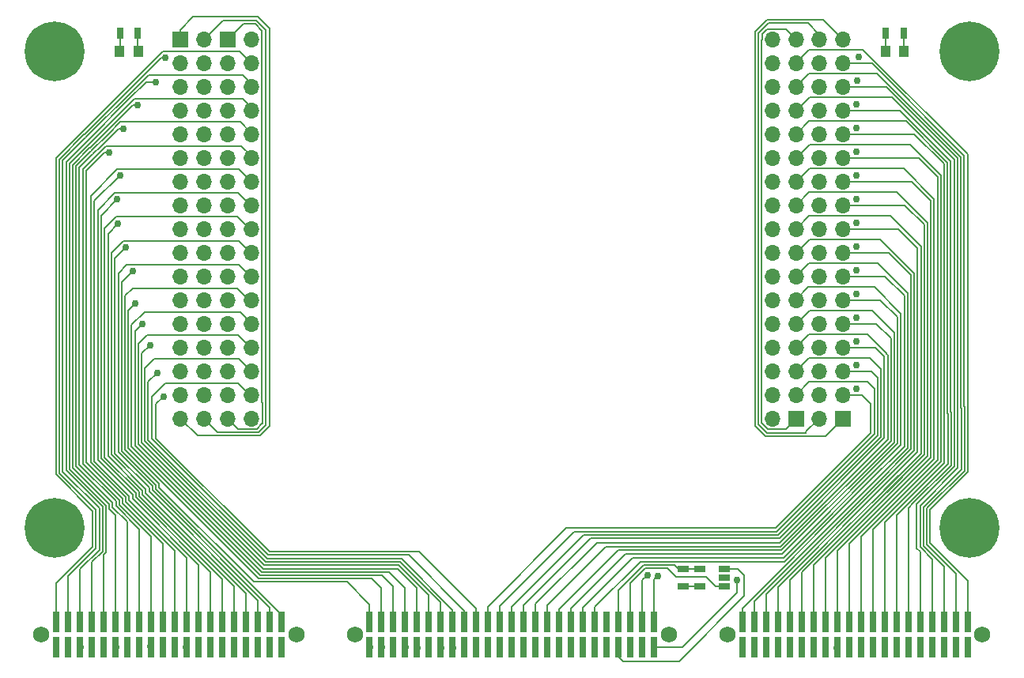
<source format=gtl>
G04 #@! TF.GenerationSoftware,KiCad,Pcbnew,5.1.9+dfsg1-1~bpo10+1*
G04 #@! TF.CreationDate,2021-11-09T03:07:47+00:00*
G04 #@! TF.ProjectId,120-channel-pogo-pin-board,3132302d-6368-4616-9e6e-656c2d706f67,v3.4*
G04 #@! TF.SameCoordinates,Original*
G04 #@! TF.FileFunction,Copper,L1,Top*
G04 #@! TF.FilePolarity,Positive*
%FSLAX46Y46*%
G04 Gerber Fmt 4.6, Leading zero omitted, Abs format (unit mm)*
G04 Created by KiCad (PCBNEW 5.1.9+dfsg1-1~bpo10+1) date 2021-11-09 03:07:47*
%MOMM*%
%LPD*%
G01*
G04 APERTURE LIST*
G04 #@! TA.AperFunction,ComponentPad*
%ADD10R,1.700000X1.700000*%
G04 #@! TD*
G04 #@! TA.AperFunction,ComponentPad*
%ADD11O,1.700000X1.700000*%
G04 #@! TD*
G04 #@! TA.AperFunction,SMDPad,CuDef*
%ADD12R,0.736600X2.219960*%
G04 #@! TD*
G04 #@! TA.AperFunction,ComponentPad*
%ADD13C,1.750000*%
G04 #@! TD*
G04 #@! TA.AperFunction,ComponentPad*
%ADD14C,6.400000*%
G04 #@! TD*
G04 #@! TA.AperFunction,SMDPad,CuDef*
%ADD15R,1.000000X1.250000*%
G04 #@! TD*
G04 #@! TA.AperFunction,SMDPad,CuDef*
%ADD16R,0.700000X1.300000*%
G04 #@! TD*
G04 #@! TA.AperFunction,SMDPad,CuDef*
%ADD17R,1.300000X0.700000*%
G04 #@! TD*
G04 #@! TA.AperFunction,SMDPad,CuDef*
%ADD18R,1.220000X0.650000*%
G04 #@! TD*
G04 #@! TA.AperFunction,ViaPad*
%ADD19C,0.762000*%
G04 #@! TD*
G04 #@! TA.AperFunction,Conductor*
%ADD20C,0.177800*%
G04 #@! TD*
G04 APERTURE END LIST*
D10*
X64483180Y-79687620D03*
D11*
X67023180Y-79687620D03*
X64483180Y-82227620D03*
X67023180Y-82227620D03*
X64483180Y-84767620D03*
X67023180Y-84767620D03*
X64483180Y-87307620D03*
X67023180Y-87307620D03*
X64483180Y-89847620D03*
X67023180Y-89847620D03*
X64483180Y-92387620D03*
X67023180Y-92387620D03*
X64483180Y-94927620D03*
X67023180Y-94927620D03*
X64483180Y-97467620D03*
X67023180Y-97467620D03*
X64483180Y-100007620D03*
X67023180Y-100007620D03*
X64483180Y-102547620D03*
X67023180Y-102547620D03*
X64483180Y-105087620D03*
X67023180Y-105087620D03*
X64483180Y-107627620D03*
X67023180Y-107627620D03*
X64483180Y-110167620D03*
X67023180Y-110167620D03*
X64483180Y-112707620D03*
X67023180Y-112707620D03*
X64483180Y-115247620D03*
X67023180Y-115247620D03*
X64483180Y-117787620D03*
X67023180Y-117787620D03*
X67023180Y-120327620D03*
X64483180Y-120327620D03*
D12*
X63906600Y-142116020D03*
X63906600Y-144843980D03*
X65176600Y-142116020D03*
X65176600Y-144843980D03*
X66446600Y-142116020D03*
X66446600Y-144843980D03*
X67716600Y-142116020D03*
X67716600Y-144843980D03*
X68986600Y-142116020D03*
X68986600Y-144843980D03*
X51206600Y-142116020D03*
X51206600Y-144843980D03*
X52476600Y-142116020D03*
X52476600Y-144843980D03*
X53746600Y-142116020D03*
X53746600Y-144843980D03*
X55016600Y-142116020D03*
X55016600Y-144843980D03*
X56286600Y-142116020D03*
X56286600Y-144843980D03*
X75336600Y-144843980D03*
X75336600Y-142116020D03*
X74066600Y-144843980D03*
X74066600Y-142116020D03*
X72796600Y-144843980D03*
X72796600Y-142116020D03*
X71526600Y-144843980D03*
X71526600Y-142116020D03*
X70256600Y-144843980D03*
X70256600Y-142116020D03*
X62636600Y-144843980D03*
X62636600Y-142116020D03*
X61366600Y-144843980D03*
X61366600Y-142116020D03*
X60096600Y-144843980D03*
X60096600Y-142116020D03*
X58826600Y-144843980D03*
X58826600Y-142116020D03*
X57556600Y-144843980D03*
X57556600Y-142116020D03*
D13*
X49619100Y-143480000D03*
X76924100Y-143480000D03*
D14*
X149000000Y-81000000D03*
X51000000Y-81000000D03*
X149000000Y-132000000D03*
X51000000Y-132000000D03*
D15*
X140000000Y-81000000D03*
X142000000Y-81000000D03*
X60000000Y-81000000D03*
X58000000Y-81000000D03*
D16*
X140050000Y-79000000D03*
X141950000Y-79000000D03*
X59950000Y-79000000D03*
X58050000Y-79000000D03*
D17*
X118350000Y-138300000D03*
X118350000Y-136400000D03*
D18*
X122760000Y-138300000D03*
X122760000Y-137350000D03*
X122760000Y-136400000D03*
X120140000Y-136400000D03*
X120140000Y-138300000D03*
D12*
X86030000Y-144843980D03*
X86030000Y-142116020D03*
X94920000Y-144843980D03*
X94920000Y-142116020D03*
X93650000Y-144843980D03*
X93650000Y-142116020D03*
X92380000Y-144843980D03*
X92380000Y-142116020D03*
X91110000Y-144843980D03*
X91110000Y-142116020D03*
X103810000Y-142116020D03*
X103810000Y-144843980D03*
X105080000Y-142116020D03*
X105080000Y-144843980D03*
X106350000Y-142116020D03*
X106350000Y-144843980D03*
X107620000Y-142116020D03*
X107620000Y-144843980D03*
X108890000Y-142116020D03*
X108890000Y-144843980D03*
X84760000Y-142116020D03*
X84760000Y-144843980D03*
X87300000Y-142116020D03*
X87300000Y-144843980D03*
X88570000Y-142116020D03*
X88570000Y-144843980D03*
X89840000Y-142116020D03*
X89840000Y-144843980D03*
X96190000Y-142116020D03*
X96190000Y-144843980D03*
X115240000Y-144843980D03*
X115240000Y-142116020D03*
X113970000Y-144843980D03*
X113970000Y-142116020D03*
X112700000Y-144843980D03*
X112700000Y-142116020D03*
X111430000Y-144843980D03*
X111430000Y-142116020D03*
X110160000Y-144843980D03*
X110160000Y-142116020D03*
X102540000Y-144843980D03*
X102540000Y-142116020D03*
X101270000Y-144843980D03*
X101270000Y-142116020D03*
X100000000Y-144843980D03*
X100000000Y-142116020D03*
X98730000Y-144843980D03*
X98730000Y-142116020D03*
X97460000Y-144843980D03*
X97460000Y-142116020D03*
D13*
X83172500Y-143480000D03*
X116827500Y-143480000D03*
D12*
X137363400Y-142116020D03*
X137363400Y-144843980D03*
X138633400Y-142116020D03*
X138633400Y-144843980D03*
X139903400Y-142116020D03*
X139903400Y-144843980D03*
X141173400Y-142116020D03*
X141173400Y-144843980D03*
X142443400Y-142116020D03*
X142443400Y-144843980D03*
X124663400Y-142116020D03*
X124663400Y-144843980D03*
X125933400Y-142116020D03*
X125933400Y-144843980D03*
X127203400Y-142116020D03*
X127203400Y-144843980D03*
X128473400Y-142116020D03*
X128473400Y-144843980D03*
X129743400Y-142116020D03*
X129743400Y-144843980D03*
X148793400Y-144843980D03*
X148793400Y-142116020D03*
X147523400Y-144843980D03*
X147523400Y-142116020D03*
X146253400Y-144843980D03*
X146253400Y-142116020D03*
X144983400Y-144843980D03*
X144983400Y-142116020D03*
X143713400Y-144843980D03*
X143713400Y-142116020D03*
X136093400Y-144843980D03*
X136093400Y-142116020D03*
X134823400Y-144843980D03*
X134823400Y-142116020D03*
X133553400Y-144843980D03*
X133553400Y-142116020D03*
X132283400Y-144843980D03*
X132283400Y-142116020D03*
X131013400Y-144843980D03*
X131013400Y-142116020D03*
D13*
X123075900Y-143480000D03*
X150380900Y-143480000D03*
D10*
X69588580Y-79687620D03*
D11*
X72128580Y-79687620D03*
X69588580Y-82227620D03*
X72128580Y-82227620D03*
X69588580Y-84767620D03*
X72128580Y-84767620D03*
X69588580Y-87307620D03*
X72128580Y-87307620D03*
X69588580Y-89847620D03*
X72128580Y-89847620D03*
X69588580Y-92387620D03*
X72128580Y-92387620D03*
X69588580Y-94927620D03*
X72128580Y-94927620D03*
X69588580Y-97467620D03*
X72128580Y-97467620D03*
X69588580Y-100007620D03*
X72128580Y-100007620D03*
X69588580Y-102547620D03*
X72128580Y-102547620D03*
X69588580Y-105087620D03*
X72128580Y-105087620D03*
X69588580Y-107627620D03*
X72128580Y-107627620D03*
X69588580Y-110167620D03*
X72128580Y-110167620D03*
X69588580Y-112707620D03*
X72128580Y-112707620D03*
X69588580Y-115247620D03*
X72128580Y-115247620D03*
X69588580Y-117787620D03*
X72128580Y-117787620D03*
X72128580Y-120327620D03*
X69588580Y-120327620D03*
D10*
X135448240Y-120314920D03*
D11*
X132908240Y-120314920D03*
X135448240Y-117774920D03*
X132908240Y-117774920D03*
X135448240Y-115234920D03*
X132908240Y-115234920D03*
X135448240Y-112694920D03*
X132908240Y-112694920D03*
X135448240Y-110154920D03*
X132908240Y-110154920D03*
X135448240Y-107614920D03*
X132908240Y-107614920D03*
X135448240Y-105074920D03*
X132908240Y-105074920D03*
X135448240Y-102534920D03*
X132908240Y-102534920D03*
X135448240Y-99994920D03*
X132908240Y-99994920D03*
X135448240Y-97454920D03*
X132908240Y-97454920D03*
X135448240Y-94914920D03*
X132908240Y-94914920D03*
X135448240Y-92374920D03*
X132908240Y-92374920D03*
X135448240Y-89834920D03*
X132908240Y-89834920D03*
X135448240Y-87294920D03*
X132908240Y-87294920D03*
X135448240Y-84754920D03*
X132908240Y-84754920D03*
X135448240Y-82214920D03*
X132908240Y-82214920D03*
X132908240Y-79674920D03*
X135448240Y-79674920D03*
D10*
X130429200Y-120325080D03*
D11*
X127889200Y-120325080D03*
X130429200Y-117785080D03*
X127889200Y-117785080D03*
X130429200Y-115245080D03*
X127889200Y-115245080D03*
X130429200Y-112705080D03*
X127889200Y-112705080D03*
X130429200Y-110165080D03*
X127889200Y-110165080D03*
X130429200Y-107625080D03*
X127889200Y-107625080D03*
X130429200Y-105085080D03*
X127889200Y-105085080D03*
X130429200Y-102545080D03*
X127889200Y-102545080D03*
X130429200Y-100005080D03*
X127889200Y-100005080D03*
X130429200Y-97465080D03*
X127889200Y-97465080D03*
X130429200Y-94925080D03*
X127889200Y-94925080D03*
X130429200Y-92385080D03*
X127889200Y-92385080D03*
X130429200Y-89845080D03*
X127889200Y-89845080D03*
X130429200Y-87305080D03*
X127889200Y-87305080D03*
X130429200Y-84765080D03*
X127889200Y-84765080D03*
X130429200Y-82225080D03*
X127889200Y-82225080D03*
X127889200Y-79685080D03*
X130429200Y-79685080D03*
D19*
X62900000Y-81650000D03*
X67023180Y-82227620D03*
X69588580Y-82227620D03*
X51200000Y-144800000D03*
X52500000Y-144800000D03*
X64483180Y-82227620D03*
X56300000Y-144800000D03*
X69588580Y-87307620D03*
X64450000Y-87350000D03*
X57600000Y-144800000D03*
X64483180Y-84767620D03*
X55000000Y-144800000D03*
X69588580Y-84767620D03*
X53800000Y-144800000D03*
X61900000Y-84300000D03*
X67023180Y-84767620D03*
X59900000Y-86750000D03*
X67023180Y-87307620D03*
X69588580Y-89847620D03*
X58800000Y-144800000D03*
X58400000Y-89250000D03*
X67023180Y-89847620D03*
X60100000Y-144800000D03*
X64483180Y-89847620D03*
X69600000Y-92400000D03*
X61300000Y-144700000D03*
X56850000Y-91800000D03*
X67023180Y-92387620D03*
X62600000Y-144800000D03*
X64483180Y-92387620D03*
X69600000Y-94950000D03*
X63900000Y-144900000D03*
X58050000Y-94250000D03*
X67023180Y-94927620D03*
X65100000Y-144800000D03*
X64483180Y-94927620D03*
X66446600Y-144843980D03*
X69588580Y-97467620D03*
X57750000Y-96850000D03*
X67023180Y-97467620D03*
X67700000Y-144700000D03*
X64483180Y-97467620D03*
X68986600Y-144843980D03*
X69588580Y-100007620D03*
X57800000Y-99450000D03*
X67023180Y-100007620D03*
X70256600Y-144843980D03*
X64483180Y-100007620D03*
X71526600Y-144843980D03*
X69588580Y-102547620D03*
X58650000Y-102000000D03*
X67023180Y-102547620D03*
X72796600Y-144843980D03*
X64483180Y-102547620D03*
X69588580Y-105087620D03*
X74066600Y-144843980D03*
X59400000Y-104500000D03*
X67023180Y-105087620D03*
X75336600Y-144843980D03*
X64483180Y-105087620D03*
X144983400Y-144843980D03*
X136969500Y-84137500D03*
X132908240Y-84754920D03*
X146253400Y-144843980D03*
X127889200Y-84765080D03*
X147523400Y-144843980D03*
X137160000Y-81534000D03*
X132910740Y-82214920D03*
X148793400Y-144843980D03*
X127899360Y-82204760D03*
X127891698Y-94925080D03*
X136100000Y-144800000D03*
X134800000Y-144900000D03*
X136842500Y-94234000D03*
X132910740Y-94914920D03*
X133553400Y-144843980D03*
X127891700Y-97465080D03*
X136842500Y-96774000D03*
X132283400Y-144843980D03*
X132910738Y-97454920D03*
X127891702Y-100005080D03*
X131000000Y-144900000D03*
X143713400Y-144843980D03*
X127893594Y-87339326D03*
X124663400Y-144843980D03*
X136842500Y-104394000D03*
X132910740Y-105074920D03*
X125933400Y-144843980D03*
X127891702Y-105085080D03*
X127203400Y-144843980D03*
X136842500Y-101854000D03*
X132910740Y-102534918D03*
X128473400Y-144843980D03*
X127891700Y-102545080D03*
X136842500Y-99314000D03*
X129743400Y-144843980D03*
X132910740Y-99994920D03*
X137363400Y-144843980D03*
X136906000Y-91757500D03*
X132910740Y-92374920D03*
X138633400Y-144843980D03*
X127891700Y-92385080D03*
X139903400Y-144843980D03*
X136842500Y-89154000D03*
X132910740Y-89834918D03*
X127893594Y-89879326D03*
X141173400Y-144843980D03*
X142443400Y-144843980D03*
X136906000Y-86614000D03*
X132910740Y-87294920D03*
X64483180Y-117787620D03*
X96200000Y-144800000D03*
X62700000Y-117950000D03*
X67023180Y-117787620D03*
X94900000Y-144900000D03*
X69588580Y-117787620D03*
X64500000Y-115250000D03*
X93700000Y-144900000D03*
X62000000Y-115400000D03*
X67023180Y-115247620D03*
X92400000Y-144900000D03*
X69588580Y-115247620D03*
X64450000Y-112700000D03*
X91100000Y-144900000D03*
X61250000Y-112450000D03*
X67023180Y-112707620D03*
X108890000Y-144843980D03*
X127876500Y-107620000D03*
X136842500Y-106934000D03*
X107620000Y-144843980D03*
X132910740Y-107614920D03*
X106350000Y-144843980D03*
X127891700Y-110165080D03*
X136842500Y-109474000D03*
X132910740Y-110154920D03*
X105080000Y-144843980D03*
X103810000Y-144843980D03*
X127891700Y-112705080D03*
X84800000Y-144800000D03*
X69600000Y-107650000D03*
X59650000Y-108000000D03*
X67023180Y-107627620D03*
X86100000Y-144800000D03*
X64483180Y-107627620D03*
X69588580Y-110167620D03*
X87300000Y-144800000D03*
X60400000Y-110200000D03*
X67023180Y-110167620D03*
X64483180Y-110167620D03*
X88600000Y-144800000D03*
X89900000Y-144900000D03*
X69588580Y-112707620D03*
X97460000Y-144843980D03*
X136842500Y-117094000D03*
X132910740Y-117774922D03*
X127891698Y-117785080D03*
X98730000Y-144843980D03*
X136842500Y-114554000D03*
X100000000Y-144843980D03*
X132910738Y-115234920D03*
X101270000Y-144843980D03*
X127891700Y-115245080D03*
X136842500Y-112014000D03*
X102540000Y-144843980D03*
X132910740Y-112694920D03*
X64483180Y-120327620D03*
X115600000Y-137200000D03*
X124100000Y-137600000D03*
X135450740Y-120314920D03*
X122760000Y-137350000D03*
X112700000Y-144843980D03*
X110160000Y-144843980D03*
X69588580Y-120327620D03*
X69588580Y-79687620D03*
X130429200Y-120325080D03*
X140000000Y-81000000D03*
X140050000Y-79000000D03*
X59931500Y-80950002D03*
X59931500Y-79045000D03*
X114500000Y-137100000D03*
X67000000Y-120300000D03*
X132910740Y-120314920D03*
X113970000Y-144843980D03*
X72123500Y-79680000D03*
X72128580Y-120327620D03*
X127891702Y-120325080D03*
X127889200Y-79685080D03*
X142000000Y-81000000D03*
X141950000Y-79000000D03*
X58026502Y-81013500D03*
X58026500Y-79045001D03*
D20*
X67022380Y-82227620D02*
X67023180Y-82227620D01*
X52476600Y-142116020D02*
X52476600Y-137231309D01*
X62464908Y-81650000D02*
X61314908Y-82800000D01*
X55461111Y-130078702D02*
X55461111Y-134246798D01*
X51549500Y-92542637D02*
X51549500Y-126167092D01*
X51549500Y-126167092D02*
X55461111Y-130078702D01*
X54201414Y-89890723D02*
X51549500Y-92542637D01*
X54224185Y-89890723D02*
X54201414Y-89890723D01*
X55461111Y-134246798D02*
X52476600Y-137231309D01*
X60607454Y-83507454D02*
X54224185Y-89890723D01*
X61314908Y-82800000D02*
X60607454Y-83507454D01*
X62464908Y-81650000D02*
X62900000Y-81650000D01*
X52476600Y-141828240D02*
X52476600Y-143116020D01*
X62900000Y-81650000D02*
X62900000Y-81750000D01*
X51206600Y-142116020D02*
X51206600Y-137998400D01*
X70850000Y-80950000D02*
X62639228Y-80950000D01*
X62639228Y-80950000D02*
X61369228Y-82220000D01*
X51193889Y-92395339D02*
X51193889Y-126314389D01*
X51193889Y-126314389D02*
X55105500Y-130226000D01*
X61369228Y-82220000D02*
X51193889Y-92395339D01*
X55105500Y-130226000D02*
X55105500Y-134099500D01*
X55105500Y-134099500D02*
X51206600Y-137998400D01*
X70850000Y-80950000D02*
X72127620Y-82227620D01*
X51200000Y-144800000D02*
X51206600Y-144806600D01*
X51206600Y-144806600D02*
X51206600Y-144843980D01*
X52500000Y-144800000D02*
X52476600Y-144823400D01*
X52476600Y-144823400D02*
X52476600Y-144843980D01*
X64327620Y-82227620D02*
X64483180Y-82227620D01*
X64327620Y-82227620D02*
X63900000Y-81800000D01*
X56300000Y-144800000D02*
X56286600Y-144813400D01*
X56286600Y-144813400D02*
X56286600Y-144843980D01*
X64483180Y-87316820D02*
X64450000Y-87350000D01*
X57600000Y-144800000D02*
X57556600Y-144843400D01*
X57556600Y-144843400D02*
X57556600Y-144843980D01*
X64483180Y-87316820D02*
X64483180Y-87307620D01*
X55000000Y-144800000D02*
X55016600Y-144816600D01*
X55016600Y-144816600D02*
X55016600Y-144843980D01*
X53800000Y-144800000D02*
X53756020Y-144843980D01*
X53756020Y-144843980D02*
X53746600Y-144843980D01*
X53746600Y-142116020D02*
X53746600Y-136464218D01*
X53746600Y-136464218D02*
X53746595Y-136464213D01*
X53746595Y-136464213D02*
X53746595Y-136464223D01*
X72128580Y-84767620D02*
X72128580Y-84428580D01*
X72128580Y-84428580D02*
X71200000Y-83500000D01*
X71200000Y-83500000D02*
X61117807Y-83500000D01*
X61117807Y-83500000D02*
X59857812Y-84759995D01*
X59857812Y-84759995D02*
X59857812Y-84760005D01*
X54371483Y-90246334D02*
X54348712Y-90246334D01*
X55816722Y-134394096D02*
X53746595Y-136464223D01*
X53746595Y-136464223D02*
X53746600Y-136464218D01*
X51905111Y-126019794D02*
X55816722Y-129931404D01*
X54348712Y-90246334D02*
X51905111Y-92689935D01*
X59857817Y-84760000D02*
X59857812Y-84760005D01*
X59857812Y-84760005D02*
X54371483Y-90246334D01*
X55816722Y-129931404D02*
X55816722Y-134394096D01*
X51905111Y-92689935D02*
X51905111Y-126019794D01*
X53746600Y-141828240D02*
X53746600Y-143116020D01*
X61900000Y-84300000D02*
X61860358Y-84260358D01*
X61860358Y-84260358D02*
X60860358Y-84260358D01*
X55016600Y-142116020D02*
X55016600Y-135697127D01*
X55016600Y-135697127D02*
X55016595Y-135697122D01*
X55016595Y-135697122D02*
X55016595Y-135697132D01*
X59027221Y-86093495D02*
X59027221Y-86093505D01*
X60870716Y-84250000D02*
X60860358Y-84260358D01*
X60860358Y-84260358D02*
X59027221Y-86093495D01*
X54518781Y-90601945D02*
X54496010Y-90601945D01*
X55016600Y-141828240D02*
X55016600Y-143116020D01*
X56172333Y-134541394D02*
X55016595Y-135697132D01*
X55016595Y-135697132D02*
X55016600Y-135697127D01*
X56172333Y-129784106D02*
X56172333Y-134541394D01*
X52260722Y-125872496D02*
X56172333Y-129784106D01*
X52260722Y-92837233D02*
X52260722Y-125872496D01*
X59027221Y-86093505D02*
X54518781Y-90601945D01*
X54496010Y-90601945D02*
X52260722Y-92837233D01*
X59027226Y-86093500D02*
X59027221Y-86093505D01*
X59900000Y-86750000D02*
X59376544Y-86750000D01*
X56883555Y-129983555D02*
X57556600Y-130656600D01*
X52971944Y-125577900D02*
X56883555Y-129489510D01*
X56883555Y-129489510D02*
X56883555Y-129983555D01*
X52971944Y-93131829D02*
X52971944Y-125577900D01*
X54790606Y-91313167D02*
X52971944Y-93131829D01*
X54813377Y-91313167D02*
X54790606Y-91313167D01*
X57556544Y-88570000D02*
X54813377Y-91313167D01*
X59376544Y-86750000D02*
X57556544Y-88570000D01*
X57556600Y-142116020D02*
X57556600Y-130656600D01*
X67023180Y-87307620D02*
X67023180Y-87223180D01*
X56286600Y-142116020D02*
X56286600Y-134930036D01*
X52616333Y-125725198D02*
X56527944Y-129636808D01*
X56527944Y-134688692D02*
X56286600Y-134930036D01*
X56527944Y-129636808D02*
X56527944Y-134688692D01*
X52616333Y-92984531D02*
X52616333Y-125725198D01*
X58323635Y-87300000D02*
X54666079Y-90957556D01*
X54666079Y-90957556D02*
X54643308Y-90957556D01*
X54643308Y-90957556D02*
X52616333Y-92984531D01*
X59573635Y-86050000D02*
X58323635Y-87300000D01*
X71200000Y-86050000D02*
X59573635Y-86050000D01*
X71200000Y-86050000D02*
X72128580Y-86978580D01*
X72128580Y-87307620D02*
X72128580Y-86978580D01*
X56286600Y-141828240D02*
X56286600Y-143116020D01*
X58804659Y-131395342D02*
X58804659Y-142094079D01*
X58804659Y-142094079D02*
X58826600Y-142116020D01*
X72128580Y-89847620D02*
X72128580Y-89778580D01*
X72128580Y-89778580D02*
X70900000Y-88550000D01*
X70900000Y-88550000D02*
X58079443Y-88550000D01*
X58079443Y-88550000D02*
X56789448Y-89839995D01*
X57239166Y-129829847D02*
X57239166Y-129342212D01*
X58826600Y-131417283D02*
X58804659Y-131395342D01*
X58804659Y-131395342D02*
X57239166Y-129829847D01*
X57239166Y-129342212D02*
X53327555Y-125430602D01*
X53327555Y-125430602D02*
X53327555Y-93279127D01*
X54937904Y-91668778D02*
X54960675Y-91668778D01*
X53327555Y-93279127D02*
X54937904Y-91668778D01*
X54960675Y-91668778D02*
X56789453Y-89840000D01*
X58800000Y-144800000D02*
X58826600Y-144826600D01*
X58826600Y-144826600D02*
X58826600Y-144843980D01*
X60096600Y-142116020D02*
X60096600Y-132184374D01*
X55107973Y-92024389D02*
X56022357Y-91110005D01*
X55107973Y-92024389D02*
X55085202Y-92024389D01*
X55085202Y-92024389D02*
X53683166Y-93426425D01*
X53683166Y-93426425D02*
X53683166Y-125283304D01*
X53683166Y-125283304D02*
X57594777Y-129194914D01*
X57594777Y-129194914D02*
X57594777Y-129682549D01*
X57594777Y-129682549D02*
X60096600Y-132184374D01*
X58400000Y-89250000D02*
X57882352Y-89250000D01*
X57882352Y-89250000D02*
X56022357Y-91109995D01*
X56022362Y-91110000D02*
X56022357Y-91109995D01*
X56022362Y-91110000D02*
X56022357Y-91110005D01*
X60096600Y-143116020D02*
X60096600Y-141828240D01*
X56022357Y-91109995D02*
X56022357Y-91110005D01*
X58350000Y-89350000D02*
X58350000Y-89300000D01*
X58400000Y-89250000D02*
X58350000Y-89300000D01*
X60100000Y-144800000D02*
X60096600Y-144803400D01*
X60096600Y-144803400D02*
X60096600Y-144843980D01*
X64475560Y-89840000D02*
X64483180Y-89847620D01*
X61357567Y-132942432D02*
X61357567Y-142106987D01*
X61357567Y-142106987D02*
X61366600Y-142116020D01*
X72128580Y-92387620D02*
X72128580Y-92178580D01*
X72128580Y-92178580D02*
X71050000Y-91100000D01*
X71050000Y-91100000D02*
X56535260Y-91100000D01*
X56535260Y-91100000D02*
X55255265Y-92379995D01*
X55255265Y-92379995D02*
X55232495Y-92379995D01*
X55232495Y-92379995D02*
X55232495Y-92380005D01*
X61366600Y-141828240D02*
X61366600Y-143116020D01*
X54038777Y-93573723D02*
X54038777Y-125136006D01*
X55232500Y-92380000D02*
X55232495Y-92380005D01*
X55232495Y-92380005D02*
X54038777Y-93573723D01*
X57950388Y-129535251D02*
X61357567Y-132942432D01*
X61357567Y-132942432D02*
X61366600Y-132951465D01*
X54038777Y-125136006D02*
X57950388Y-129047616D01*
X57950388Y-129047616D02*
X57950388Y-129535251D01*
X69588580Y-92388580D02*
X69600000Y-92400000D01*
X61300000Y-144700000D02*
X61366600Y-144766600D01*
X61366600Y-144766600D02*
X61366600Y-144843980D01*
X69588580Y-92388580D02*
X69588580Y-92387620D01*
X62636600Y-142116020D02*
X62636600Y-133718556D01*
X54394388Y-93755612D02*
X56350000Y-91800000D01*
X56350000Y-91800000D02*
X56850000Y-91800000D01*
X54394388Y-95059612D02*
X54394388Y-124988708D01*
X54394388Y-124988708D02*
X58305999Y-128900318D01*
X58305999Y-128900318D02*
X58305999Y-129387953D01*
X58305999Y-129387953D02*
X62636600Y-133718556D01*
X54394388Y-95059612D02*
X54394388Y-93755612D01*
X62636600Y-143116020D02*
X62636600Y-141828240D01*
X56850000Y-91850000D02*
X56850000Y-91800000D01*
X62600000Y-144800000D02*
X62636600Y-144836600D01*
X62636600Y-144836600D02*
X62636600Y-144843980D01*
X63906600Y-142116020D02*
X63906600Y-134455100D01*
X54887887Y-124979298D02*
X54887887Y-98757113D01*
X58661610Y-128753020D02*
X54887887Y-124979298D01*
X58661610Y-129210109D02*
X58661610Y-128753020D01*
X63906600Y-134455100D02*
X58661610Y-129210109D01*
X54887887Y-96462103D02*
X54887887Y-98757113D01*
X57749990Y-93600000D02*
X54887887Y-96462103D01*
X70750000Y-93600000D02*
X57749990Y-93600000D01*
X70750000Y-93600000D02*
X72077620Y-94927620D01*
X72128580Y-94927620D02*
X72077620Y-94927620D01*
X69588580Y-94938580D02*
X69600000Y-94950000D01*
X63900000Y-144900000D02*
X63906600Y-144893400D01*
X63906600Y-144893400D02*
X63906600Y-144843980D01*
X69588580Y-94938580D02*
X69588580Y-94927620D01*
X55290210Y-124878712D02*
X59017221Y-128605722D01*
X55290210Y-101926063D02*
X55290210Y-124878712D01*
X59017221Y-128605722D02*
X59017221Y-129062812D01*
X59017221Y-129062812D02*
X65163889Y-135209481D01*
X55290210Y-97009790D02*
X55290210Y-101926063D01*
X58050000Y-94250000D02*
X55290210Y-97009790D01*
X65163889Y-142103309D02*
X65163889Y-135209481D01*
X65163889Y-142103309D02*
X65176600Y-142116020D01*
X65176600Y-143116020D02*
X65176600Y-141828240D01*
X65100000Y-144800000D02*
X65143980Y-144843980D01*
X65143980Y-144843980D02*
X65176600Y-144843980D01*
X66446600Y-142116020D02*
X66446600Y-135989283D01*
X59372832Y-128915515D02*
X66446600Y-135989283D01*
X55645821Y-124731413D02*
X55645821Y-102073361D01*
X55645821Y-124731413D02*
X59372832Y-128458424D01*
X59372832Y-128458424D02*
X59372832Y-128915515D01*
X72128580Y-97467620D02*
X72017620Y-97467620D01*
X72017620Y-97467620D02*
X70700000Y-96150000D01*
X70700000Y-96150000D02*
X57495812Y-96150000D01*
X57495812Y-96150000D02*
X55645812Y-98000000D01*
X55645812Y-98000000D02*
X55645812Y-102073361D01*
X55645812Y-102073361D02*
X55645821Y-102073361D01*
X66446600Y-141828240D02*
X66446600Y-143116020D01*
X55645821Y-102073361D02*
X55645821Y-102073361D01*
X59728443Y-128311126D02*
X59728443Y-128768217D01*
X56003079Y-124585762D02*
X59728443Y-128311126D01*
X56003079Y-102219012D02*
X56003079Y-124585762D01*
X59728443Y-128768217D02*
X67716600Y-136756374D01*
X56003079Y-98596921D02*
X56003079Y-102219012D01*
X57750000Y-96850000D02*
X56003079Y-98596921D01*
X67716600Y-142116020D02*
X67716600Y-136756374D01*
X67716600Y-143116020D02*
X67716600Y-141828240D01*
X67716600Y-144716600D02*
X67700000Y-144700000D01*
X67716600Y-144716600D02*
X67716600Y-144843980D01*
X68986600Y-142116020D02*
X68986600Y-137523465D01*
X60084054Y-128163828D02*
X60084054Y-128620919D01*
X60084054Y-128620919D02*
X68986600Y-137523465D01*
X56392230Y-124472004D02*
X60084054Y-128163828D01*
X56392230Y-102332770D02*
X56392230Y-124472004D01*
X56392230Y-99907770D02*
X56392230Y-102332770D01*
X57600000Y-98700000D02*
X56392230Y-99907770D01*
X70600000Y-98700000D02*
X57600000Y-98700000D01*
X70600000Y-98700000D02*
X71907620Y-100007620D01*
X72128580Y-100007620D02*
X71907620Y-100007620D01*
X68986600Y-141828240D02*
X68986600Y-143116020D01*
X57800000Y-99450000D02*
X56747832Y-100502168D01*
X56747832Y-100502168D02*
X56747832Y-103749070D01*
X56748838Y-103749070D02*
X56747832Y-103749070D01*
X70256600Y-142116020D02*
X70256600Y-138265100D01*
X56748838Y-124325703D02*
X60439665Y-128016530D01*
X56748838Y-124325703D02*
X56748838Y-103749070D01*
X60439665Y-128016530D02*
X60439665Y-128448165D01*
X60439665Y-128448165D02*
X70256600Y-138265100D01*
X70256600Y-141828240D02*
X70256600Y-143116020D01*
X56748838Y-103749070D02*
X56748838Y-103749070D01*
X71526600Y-142116020D02*
X71526600Y-139032192D01*
X57121716Y-124195672D02*
X60795276Y-127869232D01*
X57121716Y-104778284D02*
X57121716Y-124195672D01*
X60795276Y-127869232D02*
X60795276Y-128300867D01*
X60795276Y-128300867D02*
X71526600Y-139032192D01*
X57121716Y-102578284D02*
X57121716Y-104778284D01*
X58400000Y-101300000D02*
X57121716Y-102578284D01*
X70750000Y-101300000D02*
X58400000Y-101300000D01*
X70750000Y-101300000D02*
X71997620Y-102547620D01*
X72128580Y-102547620D02*
X71997620Y-102547620D01*
X71526600Y-141828240D02*
X71526600Y-143116020D01*
X57494593Y-105675407D02*
X57494593Y-103155407D01*
X57494593Y-103155407D02*
X58650000Y-102000000D01*
X57494593Y-105675407D02*
X57494593Y-124065640D01*
X61150887Y-128153569D02*
X72796600Y-139799283D01*
X57494593Y-124065640D02*
X61150887Y-127721934D01*
X61150887Y-127721934D02*
X61150887Y-128153569D01*
X72796600Y-142116020D02*
X72796600Y-139799283D01*
X72796600Y-141828240D02*
X72796600Y-143116020D01*
X74050113Y-140549887D02*
X74050113Y-142099533D01*
X74050113Y-142099533D02*
X74066600Y-142116020D01*
X72128580Y-105087620D02*
X72037620Y-105087620D01*
X72037620Y-105087620D02*
X70800000Y-103850000D01*
X70800000Y-103850000D02*
X58750000Y-103850000D01*
X58750000Y-103850000D02*
X57850195Y-104749805D01*
X57850195Y-104749805D02*
X57850195Y-106578721D01*
X57850195Y-106578721D02*
X57861279Y-106578721D01*
X61506498Y-128006271D02*
X74050113Y-140549887D01*
X74050113Y-140549887D02*
X74066600Y-140566374D01*
X74066600Y-141828240D02*
X74066600Y-143116020D01*
X57861279Y-106578721D02*
X57861279Y-106578721D01*
X57861279Y-106578721D02*
X57861279Y-123929417D01*
X61506498Y-127574636D02*
X61506498Y-128006271D01*
X57861279Y-123929417D02*
X61506498Y-127574636D01*
X59400000Y-104500000D02*
X58216881Y-105683119D01*
X58216881Y-105683119D02*
X58216881Y-108763110D01*
X58216890Y-108763110D02*
X58216881Y-108763110D01*
X75336600Y-142116020D02*
X75336600Y-141333475D01*
X75336600Y-141333475D02*
X61862103Y-127858978D01*
X61862103Y-127858978D02*
X61862109Y-127858978D01*
X75336600Y-141828240D02*
X75336600Y-143116020D01*
X58216890Y-123782119D02*
X61862109Y-127427338D01*
X58216890Y-108763110D02*
X58216890Y-108763110D01*
X58216890Y-108763110D02*
X58216890Y-123782119D01*
X61862109Y-127427338D02*
X61862109Y-127858978D01*
X61862109Y-127858978D02*
X61862109Y-127858973D01*
X75336600Y-141333465D02*
X75336600Y-141828240D01*
X143700667Y-129657106D02*
X143700667Y-134096894D01*
X135514240Y-84818420D02*
X140083776Y-84823500D01*
X144983400Y-141828240D02*
X144983400Y-143116020D01*
X143700667Y-134096894D02*
X144983400Y-135379627D01*
X144983400Y-135379627D02*
X144983400Y-141828240D01*
X147752275Y-119368050D02*
X147752275Y-125605500D01*
X147701475Y-92441199D02*
X147701475Y-119317250D01*
X147701475Y-119317250D02*
X147752275Y-119368050D01*
X147752275Y-125605500D02*
X143700667Y-129657106D01*
X140083776Y-84823500D02*
X147701475Y-92441199D01*
X130429200Y-84765080D02*
X130429200Y-84744760D01*
X130429200Y-84744760D02*
X131810960Y-83363000D01*
X148107886Y-119220752D02*
X148107886Y-125752798D01*
X131810960Y-83363000D02*
X139126184Y-83363000D01*
X139126184Y-83363000D02*
X148057086Y-92293902D01*
X146253400Y-136146718D02*
X146253400Y-141828240D01*
X148057086Y-92293902D02*
X148057086Y-119169952D01*
X144056278Y-133949596D02*
X146253400Y-136146718D01*
X148057086Y-119169952D02*
X148107886Y-119220752D01*
X148107886Y-125752798D02*
X144056278Y-129804404D01*
X144056278Y-129804404D02*
X144056278Y-133949596D01*
X146253400Y-141828240D02*
X146253400Y-143116020D01*
X147523400Y-141828240D02*
X147523400Y-143116020D01*
X148463497Y-119073454D02*
X148463497Y-125900095D01*
X147523400Y-136913808D02*
X147523400Y-141828240D01*
X144411889Y-133802298D02*
X147523400Y-136913808D01*
X144411889Y-129951702D02*
X144411889Y-133802298D01*
X148463497Y-125900095D02*
X144411889Y-129951702D01*
X138549592Y-82283500D02*
X148412697Y-92146605D01*
X135450740Y-82278420D02*
X138549592Y-82283500D01*
X148412697Y-119022654D02*
X148463497Y-119073454D01*
X148412697Y-92146605D02*
X148412697Y-119022654D01*
X130368200Y-82225080D02*
X130378400Y-82225080D01*
X130378400Y-82225080D02*
X131780480Y-80823000D01*
X131780480Y-80823000D02*
X137592000Y-80823000D01*
X148793400Y-137680900D02*
X148793400Y-143116020D01*
X137592000Y-80823000D02*
X148793400Y-92024400D01*
X148793400Y-92024400D02*
X148793400Y-118900448D01*
X148793400Y-118900448D02*
X148819108Y-118926156D01*
X148819108Y-118926156D02*
X148819108Y-126047392D01*
X148819108Y-126047392D02*
X144767500Y-130099000D01*
X144767500Y-130099000D02*
X144767500Y-133655000D01*
X144767500Y-133655000D02*
X148793400Y-137680900D01*
X136100000Y-144800000D02*
X136093400Y-144806600D01*
X136093400Y-144806600D02*
X136093400Y-144843980D01*
X136093400Y-142116020D02*
X136093400Y-133744002D01*
X141211386Y-128626016D02*
X141211386Y-128626024D01*
X136093400Y-133744002D02*
X141211386Y-128626016D01*
X130431700Y-94988580D02*
X130431740Y-94988580D01*
X130431740Y-94988580D02*
X131884820Y-93535500D01*
X131884820Y-93535500D02*
X141929815Y-93535500D01*
X141929815Y-93535500D02*
X145212198Y-96817883D01*
X145212198Y-96817883D02*
X145212198Y-124625214D01*
X145212198Y-124625214D02*
X141211386Y-128626024D01*
X141211386Y-128626024D02*
X141211390Y-128626020D01*
X136093400Y-141828240D02*
X136093400Y-143116020D01*
X134823400Y-144876600D02*
X134800000Y-144900000D01*
X134823400Y-144876600D02*
X134823400Y-144843980D01*
X134823400Y-142116020D02*
X134823400Y-134511103D01*
X134823400Y-134511103D02*
X144856587Y-124477916D01*
X144856587Y-124477916D02*
X140855779Y-128478722D01*
X144856587Y-96965181D02*
X144856587Y-124477916D01*
X142811406Y-94920000D02*
X144856587Y-96965181D01*
X135450740Y-94914920D02*
X142811406Y-94920000D01*
X134823400Y-141828240D02*
X134823400Y-143116020D01*
X133553400Y-142116020D02*
X133553400Y-135278184D01*
X140500164Y-128331420D02*
X140500164Y-128331428D01*
X133553400Y-135278184D02*
X140500164Y-128331420D01*
X130431700Y-97465080D02*
X130431700Y-97462580D01*
X144500976Y-124330618D02*
X140500164Y-128331428D01*
X140500164Y-128331428D02*
X140500168Y-128331424D01*
X130431700Y-97462580D02*
X131831280Y-96063000D01*
X131831280Y-96063000D02*
X141173401Y-96063000D01*
X144500976Y-99390575D02*
X144500976Y-124330618D01*
X141173401Y-96063000D02*
X144500976Y-99390575D01*
X133553400Y-141828240D02*
X133553400Y-143116020D01*
X132283400Y-142116020D02*
X132283400Y-136045285D01*
X132283400Y-136045285D02*
X144145365Y-124183320D01*
X132283400Y-141828240D02*
X132283400Y-143116020D01*
X144145365Y-99537873D02*
X144145365Y-124183320D01*
X144145365Y-124183320D02*
X140144557Y-128184126D01*
X142067492Y-97460000D02*
X144145365Y-99537873D01*
X135450740Y-97454920D02*
X142067492Y-97460000D01*
X131000000Y-144900000D02*
X131013400Y-144886600D01*
X131013400Y-144886600D02*
X131013400Y-144843980D01*
X131013400Y-142116020D02*
X131013400Y-136812385D01*
X143789759Y-124036028D02*
X143789759Y-124036017D01*
X143789757Y-124036028D02*
X143789759Y-124036028D01*
X131013400Y-136812385D02*
X143789757Y-124036028D01*
X130431700Y-100005080D02*
X130434280Y-100005080D01*
X130434280Y-100005080D02*
X131823860Y-98615500D01*
X131823860Y-98615500D02*
X140507371Y-98615500D01*
X140507371Y-98615500D02*
X143789754Y-101897883D01*
X143789754Y-124036022D02*
X143789759Y-124036017D01*
X143789759Y-124036017D02*
X139788946Y-128036828D01*
X143789754Y-101897883D02*
X143789754Y-124036022D01*
X131013400Y-141828240D02*
X131013400Y-143116020D01*
X143713400Y-143116020D02*
X143713400Y-134612535D01*
X143713400Y-134612535D02*
X143345056Y-134244192D01*
X143345056Y-134244192D02*
X143345056Y-129509808D01*
X143345056Y-129509808D02*
X147396664Y-125458202D01*
X147396664Y-125458202D02*
X147396664Y-119515348D01*
X147396664Y-119515348D02*
X147345864Y-119464548D01*
X147345864Y-119464548D02*
X147345864Y-92588496D01*
X131887160Y-85903000D02*
X130431700Y-87358460D01*
X147345864Y-92588496D02*
X140660368Y-85903000D01*
X140660368Y-85903000D02*
X131887160Y-85903000D01*
X130431700Y-87358460D02*
X130431700Y-87368580D01*
X124663400Y-142116020D02*
X124663400Y-140647820D01*
X138010891Y-127300330D02*
X138010891Y-127300338D01*
X138010887Y-127300334D02*
X138010891Y-127300330D01*
X138010886Y-127300334D02*
X138010887Y-127300334D01*
X124663400Y-140647820D02*
X138010886Y-127300334D01*
X124663400Y-141828240D02*
X124663400Y-143116020D01*
X142011699Y-123299532D02*
X138010891Y-127300338D01*
X138010891Y-127300338D02*
X138010891Y-127300338D01*
X142011699Y-107175893D02*
X142011699Y-123299532D01*
X139915806Y-105080000D02*
X142011699Y-107175893D01*
X135450740Y-105074920D02*
X139915806Y-105080000D01*
X124663400Y-141478200D02*
X124663400Y-141828240D01*
X125933400Y-142116020D02*
X125933400Y-139880740D01*
X125933400Y-139880740D02*
X142367310Y-123446830D01*
X130431700Y-105085080D02*
X130431700Y-105064800D01*
X130431700Y-105064800D02*
X131801000Y-103695500D01*
X131801000Y-103695500D02*
X139166600Y-103695500D01*
X139166600Y-103695500D02*
X142367310Y-106896210D01*
X142367310Y-106896210D02*
X142367310Y-123446830D01*
X142367310Y-123446830D02*
X138366502Y-127447636D01*
X125933400Y-142374340D02*
X125933400Y-143116020D01*
X127203400Y-142116020D02*
X127203400Y-139113647D01*
X140320430Y-102540000D02*
X135450740Y-102534920D01*
X142722921Y-123594128D02*
X138722113Y-127594934D01*
X142722921Y-104942491D02*
X142722921Y-123594128D01*
X140320430Y-102540000D02*
X142722921Y-104942491D01*
X127203400Y-139113647D02*
X138722113Y-127594934D01*
X127203400Y-141472999D02*
X127203400Y-141828240D01*
X127203400Y-141828240D02*
X127203400Y-143116020D01*
X128473400Y-142116020D02*
X128473400Y-138346545D01*
X139077719Y-127742226D02*
X139077719Y-127742237D01*
X128473400Y-138346545D02*
X139077719Y-127742226D01*
X130431700Y-102608580D02*
X130431700Y-102583220D01*
X130431700Y-102583220D02*
X131859420Y-101155500D01*
X131859420Y-101155500D02*
X139438839Y-101155500D01*
X139438839Y-101155500D02*
X143078532Y-104795193D01*
X143078532Y-104795193D02*
X143078532Y-123741426D01*
X143078532Y-123741426D02*
X139077719Y-127742237D01*
X139077719Y-127742237D02*
X139077724Y-127742232D01*
X128473400Y-141828240D02*
X128473400Y-143116020D01*
X129743400Y-142116020D02*
X129743400Y-137579465D01*
X141388962Y-100000000D02*
X143434143Y-102045181D01*
X143434143Y-123888724D02*
X139433335Y-127889530D01*
X143434143Y-102045181D02*
X143434143Y-123888724D01*
X141388962Y-100000000D02*
X135514240Y-99994920D01*
X129743400Y-137579465D02*
X139433335Y-127889530D01*
X129743400Y-141828240D02*
X129743400Y-143116020D01*
X137363400Y-142116020D02*
X137363400Y-132976919D01*
X145567809Y-124772512D02*
X141567001Y-128773318D01*
X143586128Y-92443500D02*
X135450740Y-92438420D01*
X143586128Y-92443500D02*
X145567809Y-94425181D01*
X145567809Y-94425181D02*
X145567809Y-124772512D01*
X137363400Y-132976919D02*
X141567001Y-128773318D01*
X137363400Y-141828240D02*
X137363400Y-143116020D01*
X138633400Y-142116020D02*
X138633400Y-132209828D01*
X145923420Y-124919810D02*
X141922612Y-128920616D01*
X145923420Y-94277883D02*
X145923420Y-124919810D01*
X142641037Y-90995500D02*
X145923420Y-94277883D01*
X131864500Y-90995500D02*
X142641037Y-90995500D01*
X131864500Y-90995500D02*
X130480000Y-92380000D01*
X138633400Y-132209828D02*
X141922612Y-128920616D01*
X130431700Y-92448580D02*
X130454560Y-92425720D01*
X130454560Y-92425720D02*
X130459680Y-92425720D01*
X130459680Y-92425720D02*
X130480000Y-92405400D01*
X130480000Y-92405400D02*
X130480000Y-92380000D01*
X138633400Y-141828240D02*
X138633400Y-143116020D01*
X139903400Y-142116020D02*
X139903400Y-131442726D01*
X142273063Y-129073063D02*
X142273063Y-129073074D01*
X139903400Y-131442726D02*
X142273063Y-129073063D01*
X146279031Y-125067106D02*
X142273063Y-129073074D01*
X142273063Y-129073074D02*
X142278223Y-129067914D01*
X139903400Y-141828240D02*
X139903400Y-143116020D01*
X146279031Y-93030387D02*
X146279031Y-125067106D01*
X135450740Y-89834920D02*
X143088644Y-89840000D01*
X143088644Y-89840000D02*
X146279031Y-93030387D01*
X141173400Y-142116020D02*
X141173400Y-130675636D01*
X142633829Y-129215207D02*
X142633829Y-129215217D01*
X141173400Y-130675636D02*
X142633829Y-129215207D01*
X130431700Y-89845080D02*
X130431700Y-89837500D01*
X146634642Y-119759144D02*
X146685442Y-119809944D01*
X130431700Y-89837500D02*
X131813700Y-88455500D01*
X131813700Y-88455500D02*
X142207052Y-88455500D01*
X142207052Y-88455500D02*
X146634642Y-92883090D01*
X146634642Y-92883090D02*
X146634642Y-119759144D01*
X146685442Y-119809944D02*
X146685442Y-125163606D01*
X141173400Y-141828240D02*
X141173400Y-143116020D01*
X146685442Y-125163606D02*
X142633829Y-129215217D01*
X142633829Y-129215217D02*
X142633834Y-129215212D01*
X142443400Y-142116020D02*
X142443400Y-129908555D01*
X141554460Y-87300000D02*
X135450740Y-87294920D01*
X147041053Y-119662646D02*
X147041053Y-125310904D01*
X146990253Y-92735793D02*
X146990253Y-119611846D01*
X146990253Y-119611846D02*
X147041053Y-119662646D01*
X141554460Y-87300000D02*
X146990253Y-92735793D01*
X147041053Y-125310904D02*
X142989445Y-129362510D01*
X142443400Y-129908555D02*
X142989445Y-129362510D01*
X142443400Y-141828240D02*
X142443400Y-143116020D01*
X96200000Y-144800000D02*
X96190000Y-144810000D01*
X96190000Y-144810000D02*
X96190000Y-144843980D01*
X62700000Y-117950000D02*
X61900000Y-118750000D01*
X61900000Y-118750000D02*
X61900000Y-120002500D01*
X74033249Y-134569389D02*
X61900000Y-122436140D01*
X61900000Y-122436140D02*
X61900000Y-120002500D01*
X88900000Y-134569389D02*
X74033249Y-134569389D01*
X88900000Y-134569389D02*
X90069389Y-134569389D01*
X96190000Y-140690000D02*
X96190000Y-142116020D01*
X90069389Y-134569389D02*
X96190000Y-140690000D01*
X88931149Y-134569389D02*
X88900000Y-134569389D01*
X94900000Y-144900000D02*
X94920000Y-144880000D01*
X94920000Y-144880000D02*
X94920000Y-144843980D01*
X88280363Y-134925000D02*
X88925000Y-134925000D01*
X73885952Y-134925000D02*
X88280363Y-134925000D01*
X61417389Y-122456437D02*
X73885952Y-134925000D01*
X61417389Y-119405611D02*
X61417389Y-122456437D01*
X94920000Y-140920000D02*
X94920000Y-142116020D01*
X88925000Y-134925000D02*
X94920000Y-140920000D01*
X72128580Y-117787620D02*
X71937620Y-117787620D01*
X71937620Y-117787620D02*
X70700000Y-116550000D01*
X70700000Y-116550000D02*
X62900000Y-116550000D01*
X62900000Y-116550000D02*
X61450000Y-118000000D01*
X61450000Y-118000000D02*
X61450000Y-119372991D01*
X61450000Y-119372991D02*
X61417380Y-119405611D01*
X61417380Y-119405611D02*
X61417389Y-119405611D01*
X61417389Y-119405611D02*
X61417389Y-119405611D01*
X94920000Y-141564637D02*
X94920000Y-141828240D01*
X94920000Y-141828240D02*
X94920000Y-143116020D01*
X64497620Y-115247620D02*
X64500000Y-115250000D01*
X93700000Y-144900000D02*
X93650000Y-144850000D01*
X93650000Y-144850000D02*
X93650000Y-144843980D01*
X64497620Y-115247620D02*
X64483180Y-115247620D01*
X62000000Y-115400000D02*
X61061769Y-116338231D01*
X61061769Y-116338231D02*
X61061769Y-117480314D01*
X61061778Y-117480314D02*
X61061769Y-117480314D01*
X93650000Y-142116020D02*
X93650000Y-140797546D01*
X88183843Y-135331389D02*
X93650000Y-140797546D01*
X73789431Y-135331389D02*
X88183843Y-135331389D01*
X61061778Y-122603736D02*
X73789431Y-135331389D01*
X61061778Y-122603736D02*
X61061778Y-117480314D01*
X61061778Y-117480314D02*
X61061778Y-117480314D01*
X93650000Y-141828240D02*
X93650000Y-143116020D01*
X92400000Y-144900000D02*
X92380000Y-144880000D01*
X92380000Y-144880000D02*
X92380000Y-144843980D01*
X92380000Y-142116020D02*
X92380000Y-140030455D01*
X73642134Y-135687000D02*
X88036545Y-135687000D01*
X88036545Y-135687000D02*
X92380000Y-140030455D01*
X60706167Y-122751033D02*
X60706167Y-116631292D01*
X60706167Y-122751033D02*
X73642134Y-135687000D01*
X72128580Y-115247620D02*
X72128580Y-115228580D01*
X72128580Y-115228580D02*
X70800000Y-113900000D01*
X70800000Y-113900000D02*
X61700000Y-113900000D01*
X61700000Y-113900000D02*
X60706158Y-114893842D01*
X60706158Y-114893842D02*
X60706158Y-116631292D01*
X60706158Y-116631292D02*
X60706167Y-116631292D01*
X60706167Y-116631292D02*
X60706167Y-116631292D01*
X92380000Y-141828240D02*
X92380000Y-143116020D01*
X64457620Y-112707620D02*
X64450000Y-112700000D01*
X91100000Y-144900000D02*
X91110000Y-144890000D01*
X91110000Y-144890000D02*
X91110000Y-144843980D01*
X64457620Y-112707620D02*
X64483180Y-112707620D01*
X61250000Y-112450000D02*
X60350547Y-113349453D01*
X60350547Y-113349453D02*
X60350547Y-116483994D01*
X60350556Y-116483994D02*
X60350547Y-116483994D01*
X91110000Y-142116020D02*
X91110000Y-139263364D01*
X87889247Y-136042611D02*
X91110000Y-139263364D01*
X60350556Y-122898332D02*
X73494835Y-136042611D01*
X60350556Y-122898332D02*
X60350556Y-116483994D01*
X73494835Y-136042611D02*
X87889247Y-136042611D01*
X60350556Y-116483994D02*
X60350556Y-116483994D01*
X91110000Y-141828240D02*
X91110000Y-143116020D01*
X108890000Y-142116020D02*
X108890000Y-140510000D01*
X113750000Y-135650000D02*
X108890000Y-140510000D01*
X129158322Y-135650000D02*
X113750000Y-135650000D01*
X141656088Y-123152234D02*
X129158322Y-135650000D01*
X141656088Y-109065370D02*
X141656088Y-123152234D01*
X131750000Y-106223000D02*
X138813718Y-106223000D01*
X138813718Y-106223000D02*
X141656088Y-109065370D01*
X131750000Y-106223000D02*
X130431700Y-107541300D01*
X130431700Y-107561580D02*
X130431700Y-107541300D01*
X113500000Y-135250000D02*
X112950000Y-135250000D01*
X107620000Y-140580000D02*
X107620000Y-142116020D01*
X112950000Y-135250000D02*
X107620000Y-140580000D01*
X107620000Y-141089591D02*
X107620000Y-141828240D01*
X129055413Y-135250000D02*
X113500000Y-135250000D01*
X113500000Y-135250000D02*
X113459591Y-135250000D01*
X141300477Y-123004936D02*
X129055413Y-135250000D01*
X141300477Y-109466668D02*
X141300477Y-123004936D01*
X139455398Y-107621589D02*
X141300477Y-109466668D01*
X135450740Y-107614920D02*
X139455398Y-107621589D01*
X113328240Y-134850000D02*
X112150000Y-134850000D01*
X140944866Y-111137966D02*
X140944866Y-122857638D01*
X138569900Y-108763000D02*
X140944866Y-111137966D01*
X131877000Y-108763000D02*
X138569900Y-108763000D01*
X130474920Y-110165080D02*
X131877000Y-108763000D01*
X128952504Y-134850000D02*
X113328240Y-134850000D01*
X140944866Y-122857638D02*
X128952504Y-134850000D01*
X106350000Y-140650000D02*
X106350000Y-142116020D01*
X112150000Y-134850000D02*
X106350000Y-140650000D01*
X130431700Y-110165080D02*
X130474920Y-110165080D01*
X113029340Y-134425000D02*
X111375000Y-134425000D01*
X128874595Y-134425000D02*
X113029340Y-134425000D01*
X139018772Y-110163043D02*
X140589255Y-111733526D01*
X140589255Y-122710340D02*
X128874595Y-134425000D01*
X140589255Y-111733526D02*
X140589255Y-122710340D01*
X135450740Y-110154920D02*
X139018772Y-110163043D01*
X105080000Y-140720000D02*
X105080000Y-142116020D01*
X111375000Y-134425000D02*
X105080000Y-140720000D01*
X112134340Y-134050000D02*
X110050000Y-134050000D01*
X128746686Y-134050000D02*
X112134340Y-134050000D01*
X140233644Y-122563042D02*
X128746686Y-134050000D01*
X140233644Y-113505235D02*
X140233644Y-122563042D01*
X140132044Y-113403635D02*
X140233644Y-113505235D01*
X140132044Y-113360444D02*
X140132044Y-113403635D01*
X131813500Y-111303000D02*
X138074600Y-111303000D01*
X130431700Y-112684800D02*
X131813500Y-111303000D01*
X138074600Y-111303000D02*
X140132044Y-113360444D01*
X103810000Y-140290000D02*
X103810000Y-142116020D01*
X110050000Y-134050000D02*
X103810000Y-140290000D01*
X130431700Y-112705080D02*
X130431700Y-112684800D01*
X62217720Y-127700000D02*
X62217720Y-127711697D01*
X84760000Y-140260000D02*
X84760000Y-142116020D01*
X82320657Y-137820657D02*
X84760000Y-140260000D01*
X72326680Y-137820657D02*
X82320657Y-137820657D01*
X62217720Y-127711697D02*
X72326680Y-137820657D01*
X72128580Y-107627620D02*
X71877620Y-107627620D01*
X71877620Y-107627620D02*
X70600000Y-106350000D01*
X70600000Y-106350000D02*
X59400000Y-106350000D01*
X59400000Y-106350000D02*
X58572492Y-107177508D01*
X58572492Y-107177508D02*
X58572492Y-109042499D01*
X58572492Y-109042499D02*
X58572501Y-109042499D01*
X62217720Y-127280040D02*
X62217720Y-127700000D01*
X62217720Y-127700000D02*
X62217720Y-127711675D01*
X58572501Y-123634821D02*
X62217720Y-127280040D01*
X58572501Y-109042499D02*
X58572501Y-109042499D01*
X58572501Y-109042499D02*
X58572501Y-123634821D01*
X84800000Y-144800000D02*
X84760000Y-144840000D01*
X84760000Y-144840000D02*
X84760000Y-144843980D01*
X69600000Y-107650000D02*
X69588580Y-107638580D01*
X69588580Y-107638580D02*
X69588580Y-107627620D01*
X58928103Y-108721897D02*
X58928103Y-110591888D01*
X59650000Y-108000000D02*
X58928103Y-108721897D01*
X58928112Y-110591888D02*
X58928103Y-110591888D01*
X86024500Y-138475500D02*
X86024500Y-142110520D01*
X86024500Y-142110520D02*
X86030000Y-142116020D01*
X72905643Y-137465055D02*
X85014055Y-137465055D01*
X58928112Y-110591888D02*
X58928112Y-110591888D01*
X58928112Y-110591888D02*
X58928112Y-123487524D01*
X58928112Y-123487524D02*
X72905643Y-137465055D01*
X85014055Y-137465055D02*
X86024500Y-138475500D01*
X86024500Y-138475500D02*
X86030000Y-138481000D01*
X86030000Y-141828240D02*
X86030000Y-143116020D01*
X86100000Y-144800000D02*
X86056020Y-144843980D01*
X86056020Y-144843980D02*
X86030000Y-144843980D01*
X86030000Y-145830000D02*
X86030000Y-145843980D01*
X87273000Y-138327000D02*
X87273000Y-142089020D01*
X87273000Y-142089020D02*
X87300000Y-142116020D01*
X72128580Y-110167620D02*
X72128580Y-110128580D01*
X72128580Y-110128580D02*
X70900000Y-108900000D01*
X70900000Y-108900000D02*
X60683705Y-108900000D01*
X60683705Y-108900000D02*
X59283714Y-110299991D01*
X59283714Y-110299991D02*
X59283714Y-111506277D01*
X59283714Y-111506277D02*
X59283723Y-111506277D01*
X59283723Y-111506277D02*
X59283723Y-111506277D01*
X59283723Y-111506277D02*
X59283723Y-123340225D01*
X86055444Y-137109444D02*
X87273000Y-138327000D01*
X87273000Y-138327000D02*
X87300000Y-138354000D01*
X87300000Y-141828240D02*
X87300000Y-143116020D01*
X73052942Y-137109444D02*
X86055444Y-137109444D01*
X59283723Y-123340225D02*
X73052942Y-137109444D01*
X87300000Y-144800000D02*
X87300000Y-144843980D01*
X87300000Y-145775000D02*
X87300000Y-145843980D01*
X60400000Y-110200000D02*
X59639325Y-110960675D01*
X59639325Y-110960675D02*
X59639325Y-113055666D01*
X59639334Y-113055666D02*
X59639325Y-113055666D01*
X88570000Y-142116020D02*
X88570000Y-138481000D01*
X86842833Y-136753833D02*
X88570000Y-138481000D01*
X59639334Y-123192928D02*
X73200239Y-136753833D01*
X59639334Y-123192928D02*
X59639334Y-113055666D01*
X73200239Y-136753833D02*
X86842833Y-136753833D01*
X59639334Y-113055666D02*
X59639334Y-113055666D01*
X88570000Y-141828240D02*
X88570000Y-143116020D01*
X88600000Y-144800000D02*
X88570000Y-144830000D01*
X88570000Y-144830000D02*
X88570000Y-144843980D01*
X88570000Y-145770000D02*
X88570000Y-145843980D01*
X89840000Y-142116020D02*
X89840000Y-138496273D01*
X87741949Y-136398222D02*
X89840000Y-138496273D01*
X73347538Y-136398222D02*
X87741949Y-136398222D01*
X59994945Y-123045629D02*
X73347538Y-136398222D01*
X59994945Y-123045629D02*
X59994945Y-115748055D01*
X72128580Y-112707620D02*
X72007620Y-112707620D01*
X72007620Y-112707620D02*
X70700000Y-111400000D01*
X70700000Y-111400000D02*
X60900000Y-111400000D01*
X60900000Y-111400000D02*
X59994936Y-112305064D01*
X59994936Y-112305064D02*
X59994936Y-115748055D01*
X59994936Y-115748055D02*
X59994945Y-115748055D01*
X59994945Y-115748055D02*
X59994945Y-115748055D01*
X89900000Y-144900000D02*
X89843980Y-144843980D01*
X89843980Y-144843980D02*
X89840000Y-144843980D01*
X89840000Y-145785000D02*
X89840000Y-145843980D01*
X97409200Y-142065220D02*
X97409200Y-140490800D01*
X138442889Y-118757889D02*
X137459920Y-117774920D01*
X138442889Y-121839252D02*
X138442889Y-118757889D01*
X128214541Y-132067600D02*
X138442889Y-121839252D01*
X105832400Y-132067600D02*
X128214541Y-132067600D01*
X97409200Y-140490800D02*
X105832400Y-132067600D01*
X137459920Y-117774920D02*
X135450740Y-117774920D01*
X97409200Y-142065220D02*
X97460000Y-142116020D01*
X98679200Y-142065220D02*
X98679200Y-140420800D01*
X128349158Y-132435892D02*
X106664108Y-132435892D01*
X138798500Y-121986550D02*
X128349158Y-132435892D01*
X138798500Y-117145000D02*
X138798500Y-121986550D01*
X106664108Y-132435892D02*
X98679200Y-140420800D01*
X138036500Y-116383000D02*
X138798500Y-117145000D01*
X131813500Y-116383000D02*
X138036500Y-116383000D01*
X131813500Y-116383000D02*
X130429200Y-117767300D01*
X98679200Y-142065220D02*
X98730000Y-142116020D01*
X130429200Y-117785080D02*
X130429200Y-117767300D01*
X131027540Y-117785080D02*
X131027540Y-117760740D01*
X100000000Y-142116020D02*
X100000000Y-140500000D01*
X138481000Y-115240000D02*
X139166811Y-115925811D01*
X139166811Y-122121148D02*
X128496456Y-132791503D01*
X107708497Y-132791503D02*
X100000000Y-140500000D01*
X139166811Y-115925811D02*
X139166811Y-122121148D01*
X128496456Y-132791503D02*
X107708497Y-132791503D01*
X138481000Y-115240000D02*
X135450740Y-115234920D01*
X101270000Y-142116020D02*
X101270000Y-140330000D01*
X108442066Y-133157934D02*
X110486406Y-133157934D01*
X101270000Y-140330000D02*
X108442066Y-133157934D01*
X128632934Y-133157934D02*
X110486406Y-133157934D01*
X130431700Y-115245080D02*
X130431700Y-115224800D01*
X131813500Y-113843000D02*
X138354000Y-113843000D01*
X130431700Y-115224800D02*
X131813500Y-113843000D01*
X138354000Y-113843000D02*
X139522422Y-115011422D01*
X139522422Y-115011422D02*
X139522422Y-122268446D01*
X139522422Y-122268446D02*
X128632934Y-133157934D01*
X102540000Y-142116020D02*
X102540000Y-140160000D01*
X128693777Y-133600000D02*
X111314340Y-133600000D01*
X139878033Y-122415744D02*
X128693777Y-133600000D01*
X139878033Y-113652533D02*
X139878033Y-122415744D01*
X138925500Y-112700000D02*
X139878033Y-113652533D01*
X138925500Y-112700000D02*
X135450740Y-112694920D01*
X109100000Y-133600000D02*
X111314340Y-133600000D01*
X102540000Y-140160000D02*
X109100000Y-133600000D01*
X115240000Y-142116020D02*
X115240000Y-137560000D01*
X115240000Y-137560000D02*
X115600000Y-137200000D01*
X73012500Y-122161500D02*
X74028500Y-121145500D01*
X64483180Y-120327620D02*
X66317060Y-122161500D01*
X66317060Y-122161500D02*
X73012500Y-122161500D01*
X65850610Y-77292390D02*
X64483180Y-78659820D01*
X74028500Y-78537000D02*
X72783890Y-77292390D01*
X72783890Y-77292390D02*
X65850610Y-77292390D01*
X74028500Y-121145500D02*
X74028500Y-78537000D01*
X64483180Y-79687620D02*
X64483180Y-78659820D01*
X115240000Y-137560000D02*
X115600000Y-137200000D01*
X115240000Y-144843980D02*
X118256020Y-144843980D01*
X124100000Y-139000000D02*
X124100000Y-137600000D01*
X118256020Y-144843980D02*
X124100000Y-139000000D01*
X135450740Y-79738420D02*
X135450740Y-79728220D01*
X135450740Y-79728220D02*
X133307020Y-77584500D01*
X133307020Y-77584500D02*
X127331244Y-77584500D01*
X127331244Y-77584500D02*
X126022278Y-78893466D01*
X126022278Y-78893466D02*
X126022278Y-121069278D01*
X126022278Y-121069278D02*
X127178000Y-122225000D01*
X127178000Y-122225000D02*
X133540660Y-122225000D01*
X133540660Y-122225000D02*
X135450740Y-120314920D01*
X111430000Y-142116020D02*
X111430000Y-138720000D01*
X117405602Y-136005602D02*
X117800000Y-136400000D01*
X117405602Y-136005602D02*
X114144398Y-136005602D01*
X111430000Y-138720000D02*
X114144398Y-136005602D01*
X118350000Y-136400000D02*
X117800000Y-136400000D01*
X118350000Y-136400000D02*
X120140000Y-136400000D01*
X69588580Y-79687620D02*
X71234500Y-78029000D01*
X71234500Y-78029000D02*
X72509592Y-78029000D01*
X73253778Y-78773186D02*
X73253778Y-118609038D01*
X70707821Y-121444321D02*
X69583500Y-120320000D01*
X69583500Y-120322540D02*
X69588580Y-120327620D01*
X72509592Y-78029000D02*
X73253778Y-78773186D01*
X73245281Y-120828000D02*
X73245281Y-120863637D01*
X73253778Y-118609038D02*
X73266500Y-118621760D01*
X73245281Y-120863637D02*
X72664597Y-121444321D01*
X73266500Y-118621760D02*
X73266500Y-120828000D01*
X69583500Y-120320000D02*
X69583500Y-120322540D01*
X73266500Y-120828000D02*
X73245281Y-120828000D01*
X72664597Y-121444321D02*
X70707821Y-121444321D01*
X130050701Y-120706081D02*
X130431700Y-120325082D01*
X129315001Y-121441781D02*
X130050701Y-120706081D01*
X127400597Y-121441781D02*
X129315001Y-121441781D01*
X126772499Y-79704501D02*
X126733500Y-79743500D01*
X126772499Y-79149063D02*
X126772499Y-79704501D01*
X126733500Y-120774684D02*
X127400597Y-121441781D01*
X127353183Y-78568379D02*
X126772499Y-79149063D01*
X130429200Y-79685080D02*
X129312499Y-78568379D01*
X129312499Y-78568379D02*
X127353183Y-78568379D01*
X126733500Y-79743500D02*
X126733500Y-120774684D01*
X140000000Y-81000000D02*
X140000000Y-79050000D01*
X140000000Y-79050000D02*
X140050000Y-79000000D01*
X59931500Y-79045000D02*
X59931500Y-80950002D01*
X113970000Y-142116020D02*
X113970000Y-137630000D01*
X113970000Y-137630000D02*
X114500000Y-137100000D01*
X67023180Y-120323180D02*
X67000000Y-120300000D01*
X67023180Y-120323180D02*
X67023180Y-120327620D01*
X68501449Y-121805889D02*
X67873179Y-121177619D01*
X72865203Y-121805889D02*
X68501449Y-121805889D01*
X73672889Y-120998203D02*
X72865203Y-121805889D01*
X69062799Y-77648001D02*
X72631501Y-77648001D01*
X72631501Y-77648001D02*
X73672889Y-78689389D01*
X67023180Y-79687620D02*
X69062799Y-77648001D01*
X73672889Y-78689389D02*
X73672889Y-120998203D01*
X67873179Y-121177619D02*
X67023180Y-120327620D01*
X132910740Y-79738420D02*
X132910740Y-79164340D01*
X132910740Y-79164340D02*
X131686511Y-77940111D01*
X131686511Y-77940111D02*
X127478542Y-77940111D01*
X131470611Y-121869389D02*
X131496000Y-121844000D01*
X131496000Y-121729660D02*
X132910740Y-120314920D01*
X127478542Y-77940111D02*
X126377889Y-79040764D01*
X126377889Y-79040764D02*
X126377889Y-120921981D01*
X126377889Y-120921981D02*
X127325297Y-121869389D01*
X127325297Y-121869389D02*
X131470611Y-121869389D01*
X131496000Y-121844000D02*
X131496000Y-121729660D01*
X112700000Y-142116020D02*
X112700000Y-137952898D01*
X120800000Y-137300000D02*
X121800000Y-138300000D01*
X121800000Y-138300000D02*
X122760000Y-138300000D01*
X112700000Y-137952898D02*
X114291694Y-136361204D01*
X114291694Y-136361204D02*
X116661204Y-136361204D01*
X116661204Y-136361204D02*
X117600000Y-137300000D01*
X117600000Y-137300000D02*
X120800000Y-137300000D01*
X117925000Y-146300000D02*
X111900000Y-146300000D01*
X111430000Y-145843980D02*
X111430000Y-145830000D01*
X111430000Y-145830000D02*
X111900000Y-146300000D01*
X117925000Y-146300000D02*
X124900000Y-139325000D01*
X124200000Y-136400000D02*
X122760000Y-136400000D01*
X124900000Y-137100000D02*
X124900000Y-139300000D01*
X124900000Y-139300000D02*
X124900000Y-139325000D01*
X124200000Y-136400000D02*
X124900000Y-137100000D01*
X141973496Y-81013496D02*
X141973500Y-81013500D01*
X141973496Y-78981500D02*
X141973496Y-81013496D01*
X58026500Y-81013498D02*
X58026502Y-81013500D01*
X58026500Y-79045001D02*
X58026500Y-81013498D01*
X118350000Y-138300000D02*
X120140000Y-138300000D01*
M02*

</source>
